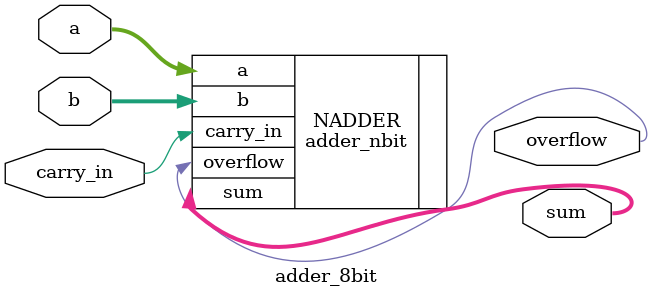
<source format=sv>

module adder_8bit
(
	input wire [7:0] a,
	input wire [7:0] b,
	input wire carry_in,
	output wire [7:0] sum,
	output wire overflow
);

	// STUDENT: Fill in the correct port map with parameter override syntax for using your n-bit ripple carry adder design to be an 8-bit ripple carry adder design
	adder_nbit  #(.BIT_WIDTH(8)) NADDER (.a(a), .b(b), .carry_in(carry_in), .sum(sum), .overflow(overflow));
endmodule

</source>
